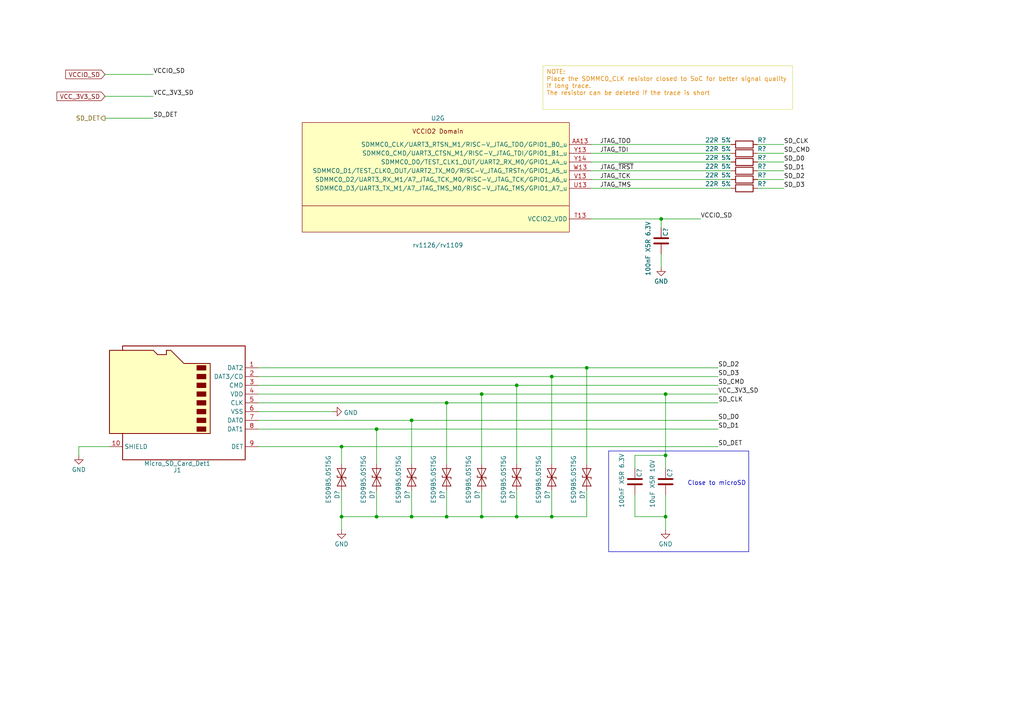
<source format=kicad_sch>
(kicad_sch (version 20231120) (generator "eeschema") (generator_version "7.99")
  (paper "A4")
  (title_block (title "Leaf RV1126") (date "2023-06-07") (rev "1") (company "Yang Hongbo") (comment 1 "License: CC BY-SA"))
  (junction (at 160.02 149.86))
  (junction (at 139.7 114.3))
  (junction (at 193.04 132.08))
  (junction (at 99.06 149.86))
  (junction (at 149.86 149.86))
  (junction (at 109.22 124.46))
  (junction (at 139.7 149.86))
  (junction (at 119.38 149.86))
  (junction (at 129.54 149.86))
  (junction (at 193.04 149.86))
  (junction (at 170.18 106.68))
  (junction (at 191.77 63.5))
  (junction (at 109.22 149.86))
  (junction (at 119.38 121.92))
  (junction (at 129.54 116.84))
  (junction (at 160.02 109.22))
  (junction (at 193.04 114.3))
  (junction (at 149.86 111.76))
  (junction (at 99.06 129.54))
  (wire (pts (xy 219.71 49.53) (xy 227.33 49.53)))
  (wire (pts (xy 149.86 142.24) (xy 149.86 149.86)))
  (wire (pts (xy 170.18 106.68) (xy 170.18 134.62)))
  (wire (pts (xy 171.45 46.99) (xy 212.09 46.99)))
  (wire (pts (xy 99.06 149.86) (xy 99.06 153.67)))
  (wire (pts (xy 74.93 124.46) (xy 109.22 124.46)))
  (wire (pts (xy 160.02 109.22) (xy 160.02 134.62)))
  (wire (pts (xy 99.06 142.24) (xy 99.06 149.86)))
  (wire (pts (xy 74.93 116.84) (xy 129.54 116.84)))
  (wire (pts (xy 119.38 149.86) (xy 109.22 149.86)))
  (wire (pts (xy 99.06 129.54) (xy 99.06 134.62)))
  (wire (pts (xy 171.45 49.53) (xy 212.09 49.53)))
  (wire (pts (xy 74.93 119.38) (xy 96.52 119.38)))
  (wire (pts (xy 160.02 142.24) (xy 160.02 149.86)))
  (wire (pts (xy 171.45 52.07) (xy 212.09 52.07)))
  (wire (pts (xy 170.18 106.68) (xy 208.28 106.68)))
  (wire (pts (xy 219.71 44.45) (xy 227.33 44.45)))
  (wire (pts (xy 129.54 116.84) (xy 129.54 134.62)))
  (wire (pts (xy 129.54 116.84) (xy 208.28 116.84)))
  (wire (pts (xy 109.22 142.24) (xy 109.22 149.86)))
  (wire (pts (xy 129.54 142.24) (xy 129.54 149.86)))
  (wire (pts (xy 119.38 142.24) (xy 119.38 149.86)))
  (wire (pts (xy 31.75 129.54) (xy 22.86 129.54)))
  (wire (pts (xy 171.45 63.5) (xy 191.77 63.5)))
  (wire (pts (xy 193.04 149.86) (xy 193.04 153.67)))
  (wire (pts (xy 30.48 27.94) (xy 44.45 27.94)))
  (wire (pts (xy 149.86 149.86) (xy 139.7 149.86)))
  (wire (pts (xy 193.04 114.3) (xy 208.28 114.3)))
  (wire (pts (xy 109.22 149.86) (xy 99.06 149.86)))
  (wire (pts (xy 139.7 142.24) (xy 139.7 149.86)))
  (wire (pts (xy 193.04 114.3) (xy 193.04 132.08)))
  (wire (pts (xy 171.45 44.45) (xy 212.09 44.45)))
  (wire (pts (xy 109.22 124.46) (xy 208.28 124.46)))
  (wire (pts (xy 30.48 34.29) (xy 44.45 34.29)))
  (wire (pts (xy 74.93 106.68) (xy 170.18 106.68)))
  (wire (pts (xy 191.77 63.5) (xy 203.2 63.5)))
  (wire (pts (xy 74.93 111.76) (xy 149.86 111.76)))
  (wire (pts (xy 119.38 121.92) (xy 119.38 134.62)))
  (wire (pts (xy 184.15 132.08) (xy 193.04 132.08)))
  (wire (pts (xy 109.22 124.46) (xy 109.22 134.62)))
  (wire (pts (xy 171.45 54.61) (xy 212.09 54.61)))
  (wire (pts (xy 139.7 114.3) (xy 139.7 134.62)))
  (wire (pts (xy 139.7 114.3) (xy 193.04 114.3)))
  (wire (pts (xy 74.93 114.3) (xy 139.7 114.3)))
  (wire (pts (xy 219.71 46.99) (xy 227.33 46.99)))
  (wire (pts (xy 191.77 63.5) (xy 191.77 66.04)))
  (wire (pts (xy 184.15 143.51) (xy 184.15 149.86)))
  (wire (pts (xy 139.7 149.86) (xy 129.54 149.86)))
  (wire (pts (xy 191.77 73.66) (xy 191.77 77.47)))
  (wire (pts (xy 170.18 149.86) (xy 160.02 149.86)))
  (wire (pts (xy 74.93 109.22) (xy 160.02 109.22)))
  (wire (pts (xy 119.38 121.92) (xy 208.28 121.92)))
  (wire (pts (xy 193.04 132.08) (xy 193.04 135.89)))
  (wire (pts (xy 160.02 109.22) (xy 208.28 109.22)))
  (wire (pts (xy 74.93 121.92) (xy 119.38 121.92)))
  (wire (pts (xy 193.04 143.51) (xy 193.04 149.86)))
  (wire (pts (xy 219.71 52.07) (xy 227.33 52.07)))
  (wire (pts (xy 184.15 149.86) (xy 193.04 149.86)))
  (wire (pts (xy 22.86 129.54) (xy 22.86 132.08)))
  (wire (pts (xy 149.86 111.76) (xy 208.28 111.76)))
  (wire (pts (xy 171.45 41.91) (xy 212.09 41.91)))
  (wire (pts (xy 219.71 41.91) (xy 227.33 41.91)))
  (wire (pts (xy 219.71 54.61) (xy 227.33 54.61)))
  (wire (pts (xy 170.18 142.24) (xy 170.18 149.86)))
  (wire (pts (xy 184.15 135.89) (xy 184.15 132.08)))
  (wire (pts (xy 30.48 21.59) (xy 44.45 21.59)))
  (wire (pts (xy 99.06 129.54) (xy 208.28 129.54)))
  (wire (pts (xy 160.02 149.86) (xy 149.86 149.86)))
  (wire (pts (xy 74.93 129.54) (xy 99.06 129.54)))
  (wire (pts (xy 149.86 111.76) (xy 149.86 134.62)))
  (wire (pts (xy 129.54 149.86) (xy 119.38 149.86)))
  (rectangle (start 176.53 130.81) (end 217.17 160.02))
  (text_box "NOTE:\nPlace the SDMMC0_CLK resistor closed to SoC for better signal quality if long trace.\nThe resistor can be deleted if the trace is short" (at 157.48 19.05 0) (size 72.39 12.7) (stroke (width 0.0508) (color 194 194 0 1)) (effects (font (size 1.27 1.27)) (justify left top)))
  (text "Close to microSD" (at 199.39 140.97 0) (effects (font (size 1.27 1.27)) (justify left bottom)))
  (label "SD_CMD" (at 208.28 111.76 0))
  (label "SD_D2" (at 208.28 106.68 0))
  (label "VCC_3V3_SD" (at 208.28 114.3 0))
  (label "JTAG_~{TRST}" (at 173.99 49.53 0))
  (label "SD_D2" (at 227.33 52.07 0))
  (label "SD_D1" (at 227.33 49.53 0))
  (label "VCCIO_SD" (at 44.45 21.59 0))
  (label "SD_CLK" (at 208.28 116.84 0))
  (label "SD_D1" (at 208.28 124.46 0))
  (label "VCC_3V3_SD" (at 44.45 27.94 0))
  (label "SD_D3" (at 208.28 109.22 0))
  (label "JTAG_TCK" (at 173.99 52.07 0))
  (label "JTAG_TDI" (at 173.99 44.45 0))
  (label "SD_DET" (at 208.28 129.54 0))
  (label "JTAG_TMS" (at 173.99 54.61 0))
  (label "SD_CMD" (at 227.33 44.45 0))
  (label "SD_DET" (at 44.45 34.29 0))
  (label "SD_D0" (at 227.33 46.99 0))
  (label "JTAG_TDO" (at 173.99 41.91 0))
  (label "SD_D3" (at 227.33 54.61 0))
  (label "SD_CLK" (at 227.33 41.91 0))
  (label "VCCIO_SD" (at 203.2 63.5 0))
  (label "SD_D0" (at 208.28 121.92 0))
  (global_label "VCCIO_SD" (shape input) (at 30.48 21.59 180) (property "Intersheetrefs" "${INTERSHEET_REFS}" (effects (hide yes))))
  (global_label "VCC_3V3_SD" (shape input) (at 30.48 27.94 180) (property "Intersheetrefs" "${INTERSHEET_REFS}" (effects (hide yes))))
  (hierarchical_label "SD_DET" (shape output) (at 30.48 34.29 180))
  (symbol (lib_id "Device:C") (at 193.04 139.7 0) (unit 1)
    (property "Reference" "C?" (at 194.31 138.43 90) (effects (justify left)))
    (property "Value" "10uF X5R 10V" (at 189.23 147.32 90) (effects (justify left)))
    (property "Footprint" "Capacitor_SMD:C_0402_1005Metric" (effects (hide yes)))
    (property "Description" "容值: 10uF 精度: ±20% 额定电压: 10V 材质(温度系数): X5R 材质:X5R" (effects (hide yes)))
    (property "LCSC" "C77000" (effects (hide yes)))
    (property "Model" "GRM155R61A106ME44D" (effects (hide yes)))
    (property "Vendor" "muRata(村田)" (effects (hide yes)))
    (instances (project "leaf" (path "" (reference "C?") (unit 1)) (path "" (reference "C?") (unit 1)) (path "" (reference "C?") (unit 1)) (path "" (reference "C16") (unit 1))))
  )
  (symbol (lib_id "Diode:ESD9B5.0ST5G") (at 119.38 138.43 270) (unit 1)
    (property "Reference" "D?" (at 118.11 144.78 0) (effects (justify right)))
    (property "Value" "ESD9B5.0ST5G" (at 115.57 146.05 0) (effects (justify right)))
    (property "Footprint" "Diode_SMD:D_SOD-923" (effects (hide yes)))
    (property "Datasheet" "https://www.onsemi.com/pub/Collateral/ESD9B-D.PDF" (effects (hide yes)))
    (instances (project "leaf" (path "" (reference "D?") (unit 1)) (path "" (reference "D3") (unit 1))))
  )
  (symbol (lib_id "Diode:ESD9B5.0ST5G") (at 99.06 138.43 270) (unit 1)
    (property "Reference" "D?" (at 97.79 144.78 0) (effects (justify right)))
    (property "Value" "ESD9B5.0ST5G" (at 95.25 146.05 0) (effects (justify right)))
    (property "Footprint" "Diode_SMD:D_SOD-923" (effects (hide yes)))
    (property "Datasheet" "https://www.onsemi.com/pub/Collateral/ESD9B-D.PDF" (effects (hide yes)))
    (instances (project "leaf" (path "" (reference "D?") (unit 1)) (path "" (reference "D1") (unit 1))))
  )
  (symbol (lib_id "Device:C") (at 191.77 69.85 0) (unit 1)
    (property "Reference" "C?" (at 193.04 68.58 90) (effects (justify left)))
    (property "Value" "100nF X5R 6.3V" (at 187.96 80.01 90) (effects (justify left)))
    (property "Footprint" "Capacitor_SMD:C_0201_0603Metric" (effects (hide yes)))
    (property "Description" "容值: 100nF 精度: ±10% 额定电压: 6.3V 材质(温度系数): X5R 材质:X5R" (effects (hide yes)))
    (property "LCSC" "C76928" (effects (hide yes)))
    (property "Model" "GRM033R60J104KE19D" (effects (hide yes)))
    (property "Vendor" "muRata(村田)" (effects (hide yes)))
    (instances (project "leaf" (path "" (reference "C?") (unit 1)) (path "" (reference "C?") (unit 1)) (path "" (reference "C?") (unit 1)) (path "" (reference "C14") (unit 1))))
  )
  (symbol (lib_id "power:GND") (at 193.04 153.67 0) (unit 1)
    (property "Reference" "#PWR019" (effects (hide yes)))
    (property "Value" "GND" (at 193.04 157.8055 0))
  )
  (symbol (lib_id "power:GND") (at 96.52 119.38 90) (unit 1)
    (property "Reference" "#PWR016" (effects (hide yes)))
    (property "Value" "GND" (at 99.695 119.6968 90) (effects (justify right)))
  )
  (symbol (lib_id "Diode:ESD9B5.0ST5G") (at 139.7 138.43 270) (unit 1)
    (property "Reference" "D?" (at 138.43 144.78 0) (effects (justify right)))
    (property "Value" "ESD9B5.0ST5G" (at 135.89 146.05 0) (effects (justify right)))
    (property "Footprint" "Diode_SMD:D_SOD-923" (effects (hide yes)))
    (property "Datasheet" "https://www.onsemi.com/pub/Collateral/ESD9B-D.PDF" (effects (hide yes)))
    (instances (project "leaf" (path "" (reference "D?") (unit 1)) (path "" (reference "D5") (unit 1))))
  )
  (symbol (lib_id "Diode:ESD9B5.0ST5G") (at 129.54 138.43 270) (unit 1)
    (property "Reference" "D?" (at 128.27 144.78 0) (effects (justify right)))
    (property "Value" "ESD9B5.0ST5G" (at 125.73 146.05 0) (effects (justify right)))
    (property "Footprint" "Diode_SMD:D_SOD-923" (effects (hide yes)))
    (property "Datasheet" "https://www.onsemi.com/pub/Collateral/ESD9B-D.PDF" (effects (hide yes)))
    (instances (project "leaf" (path "" (reference "D?") (unit 1)) (path "" (reference "D4") (unit 1))))
  )
  (symbol (lib_id "Device:C") (at 184.15 139.7 0) (unit 1)
    (property "Reference" "C?" (at 185.42 138.43 90) (effects (justify left)))
    (property "Value" "100nF X5R 6.3V" (at 180.34 147.32 90) (effects (justify left)))
    (property "Footprint" "Capacitor_SMD:C_0201_0603Metric" (effects (hide yes)))
    (property "Description" "容值: 100nF 精度: ±10% 额定电压: 6.3V 材质(温度系数): X5R 材质:X5R" (effects (hide yes)))
    (property "LCSC" "C76928" (effects (hide yes)))
    (property "Model" "GRM033R60J104KE19D" (effects (hide yes)))
    (property "Vendor" "muRata(村田)" (effects (hide yes)))
    (instances (project "leaf" (path "" (reference "C?") (unit 1)) (path "" (reference "C?") (unit 1)) (path "" (reference "C?") (unit 1)) (path "" (reference "C15") (unit 1))))
  )
  (symbol (lib_id "Connector:Micro_SD_Card_Det1") (at 52.07 116.84 0) (mirror y) (unit 1)
    (property "Reference" "J1" (at 51.435 136.3599 0))
    (property "Value" "Micro_SD_Card_Det1" (at 51.435 134.4389 0))
    (property "Footprint" "IotPi_Connector:microSD" (effects (hide yes)))
    (property "Datasheet" "https://datasheet.lcsc.com/lcsc/2110151630_XKB-Connectivity-XKTF-015-N_C381082.pdf" (effects (hide yes)))
    (property "Description" "MicroSD卡(TF卡),卡连接方式:拔插式,工作温度范围:-25℃~+85℃,本体最大高度:1.7mm,焊接温度(最大值):260℃,触头材质:C5191,触头镀层:金,连接器类型:卡座" (effects (hide yes)))
    (property "LCSC" "C2982548" (effects (hide yes)))
    (property "Model" "TF-123-ARP9H17" (effects (hide yes)))
    (property "Vendor" "XUNPU(讯普)" (effects (hide yes)))
  )
  (symbol (lib_id "Diode:ESD9B5.0ST5G") (at 149.86 138.43 270) (unit 1)
    (property "Reference" "D?" (at 148.59 144.78 0) (effects (justify right)))
    (property "Value" "ESD9B5.0ST5G" (at 146.05 146.05 0) (effects (justify right)))
    (property "Footprint" "Diode_SMD:D_SOD-923" (effects (hide yes)))
    (property "Datasheet" "https://www.onsemi.com/pub/Collateral/ESD9B-D.PDF" (effects (hide yes)))
    (instances (project "leaf" (path "" (reference "D?") (unit 1)) (path "" (reference "D6") (unit 1))))
  )
  (symbol (lib_id "Diode:ESD9B5.0ST5G") (at 170.18 138.43 270) (unit 1)
    (property "Reference" "D?" (at 168.91 144.78 0) (effects (justify right)))
    (property "Value" "ESD9B5.0ST5G" (at 166.37 146.05 0) (effects (justify right)))
    (property "Footprint" "Diode_SMD:D_SOD-923" (effects (hide yes)))
    (property "Datasheet" "https://www.onsemi.com/pub/Collateral/ESD9B-D.PDF" (effects (hide yes)))
    (instances (project "leaf" (path "" (reference "D?") (unit 1)) (path "" (reference "D8") (unit 1))))
  )
  (symbol (lib_id "Device:R") (at 215.9 54.61 90) (unit 1)
    (property "Reference" "R?" (at 220.98 53.34 90))
    (property "Value" "22R 5%" (at 208.28 53.34 90))
    (property "Footprint" "Resistor_SMD:R_0402_1005Metric" (effects (hide yes)))
    (property "Description" "电阻类型: 厚膜电阻 阻值: 22.1Ω 精度: ±1% 功率: 1/16W 温度系数: ±100ppm/℃ 最大工作电压: 50V 工作温度" (effects (hide yes)))
    (property "LCSC" "C59651" (effects (hide yes)))
    (property "Model" "0402WGF221JTCE" (effects (hide yes)))
    (property "Vendor" "UNI-ROYAL(厚声)" (effects (hide yes)))
    (instances (project "leaf" (path "" (reference "R?") (unit 1)) (path "" (reference "R12") (unit 1))))
  )
  (symbol (lib_id "IotPi_CPU_Rockchip:rv1126_rv1109") (at 127 59.69 0) (unit 7)
    (property "Reference" "U2" (at 127 34.29 0))
    (property "Value" "rv1126/rv1109" (at 127 71.12 0))
    (property "Footprint" "IotPi_Rockchip_SoC:Rockchip_RV1126_FCCSP409LD_14.0x14.0mm" (effects (hide yes)))
  )
  (symbol (lib_id "Device:R") (at 215.9 46.99 90) (unit 1)
    (property "Reference" "R?" (at 220.98 45.72 90))
    (property "Value" "22R 5%" (at 208.28 45.72 90))
    (property "Footprint" "Resistor_SMD:R_0402_1005Metric" (effects (hide yes)))
    (property "Description" "电阻类型: 厚膜电阻 阻值: 22.1Ω 精度: ±1% 功率: 1/16W 温度系数: ±100ppm/℃ 最大工作电压: 50V 工作温度" (effects (hide yes)))
    (property "LCSC" "C59651" (effects (hide yes)))
    (property "Model" "0402WGF221JTCE" (effects (hide yes)))
    (property "Vendor" "UNI-ROYAL(厚声)" (effects (hide yes)))
    (instances (project "leaf" (path "" (reference "R?") (unit 1)) (path "" (reference "R9") (unit 1))))
  )
  (symbol (lib_id "Diode:ESD9B5.0ST5G") (at 160.02 138.43 270) (unit 1)
    (property "Reference" "D?" (at 158.75 144.78 0) (effects (justify right)))
    (property "Value" "ESD9B5.0ST5G" (at 156.21 146.05 0) (effects (justify right)))
    (property "Footprint" "Diode_SMD:D_SOD-923" (effects (hide yes)))
    (property "Datasheet" "https://www.onsemi.com/pub/Collateral/ESD9B-D.PDF" (effects (hide yes)))
    (instances (project "leaf" (path "" (reference "D?") (unit 1)) (path "" (reference "D7") (unit 1))))
  )
  (symbol (lib_id "Diode:ESD9B5.0ST5G") (at 109.22 138.43 270) (unit 1)
    (property "Reference" "D?" (at 107.95 144.78 0) (effects (justify right)))
    (property "Value" "ESD9B5.0ST5G" (at 105.41 146.05 0) (effects (justify right)))
    (property "Footprint" "Diode_SMD:D_SOD-923" (effects (hide yes)))
    (property "Datasheet" "https://www.onsemi.com/pub/Collateral/ESD9B-D.PDF" (effects (hide yes)))
    (instances (project "leaf" (path "" (reference "D?") (unit 1)) (path "" (reference "D2") (unit 1))))
  )
  (symbol (lib_id "Device:R") (at 215.9 52.07 90) (unit 1)
    (property "Reference" "R?" (at 220.98 50.8 90))
    (property "Value" "22R 5%" (at 208.28 50.8 90))
    (property "Footprint" "Resistor_SMD:R_0402_1005Metric" (effects (hide yes)))
    (property "Description" "电阻类型: 厚膜电阻 阻值: 22.1Ω 精度: ±1% 功率: 1/16W 温度系数: ±100ppm/℃ 最大工作电压: 50V 工作温度" (effects (hide yes)))
    (property "LCSC" "C59651" (effects (hide yes)))
    (property "Model" "0402WGF221JTCE" (effects (hide yes)))
    (property "Vendor" "UNI-ROYAL(厚声)" (effects (hide yes)))
    (instances (project "leaf" (path "" (reference "R?") (unit 1)) (path "" (reference "R11") (unit 1))))
  )
  (symbol (lib_id "Device:R") (at 215.9 44.45 90) (unit 1)
    (property "Reference" "R?" (at 220.98 43.18 90))
    (property "Value" "22R 5%" (at 208.28 43.18 90))
    (property "Footprint" "Resistor_SMD:R_0402_1005Metric" (effects (hide yes)))
    (property "Description" "电阻类型: 厚膜电阻 阻值: 22.1Ω 精度: ±1% 功率: 1/16W 温度系数: ±100ppm/℃ 最大工作电压: 50V 工作温度" (effects (hide yes)))
    (property "LCSC" "C59651" (effects (hide yes)))
    (property "Model" "0402WGF221JTCE" (effects (hide yes)))
    (property "Vendor" "UNI-ROYAL(厚声)" (effects (hide yes)))
    (instances (project "leaf" (path "" (reference "R?") (unit 1)) (path "" (reference "R8") (unit 1))))
  )
  (symbol (lib_id "power:GND") (at 99.06 153.67 0) (unit 1)
    (property "Reference" "#PWR018" (effects (hide yes)))
    (property "Value" "GND" (at 99.06 157.8055 0))
  )
  (symbol (lib_id "power:GND") (at 22.86 132.08 0) (unit 1)
    (property "Reference" "#PWR017" (effects (hide yes)))
    (property "Value" "GND" (at 22.86 136.2155 0))
  )
  (symbol (lib_id "Device:R") (at 215.9 49.53 90) (unit 1)
    (property "Reference" "R?" (at 220.98 48.26 90))
    (property "Value" "22R 5%" (at 208.28 48.26 90))
    (property "Footprint" "Resistor_SMD:R_0402_1005Metric" (effects (hide yes)))
    (property "Description" "电阻类型: 厚膜电阻 阻值: 22.1Ω 精度: ±1% 功率: 1/16W 温度系数: ±100ppm/℃ 最大工作电压: 50V 工作温度" (effects (hide yes)))
    (property "LCSC" "C59651" (effects (hide yes)))
    (property "Model" "0402WGF221JTCE" (effects (hide yes)))
    (property "Vendor" "UNI-ROYAL(厚声)" (effects (hide yes)))
    (instances (project "leaf" (path "" (reference "R?") (unit 1)) (path "" (reference "R10") (unit 1))))
  )
  (symbol (lib_id "power:GND") (at 191.77 77.47 0) (unit 1)
    (property "Reference" "#PWR015" (effects (hide yes)))
    (property "Value" "GND" (at 191.77 81.6055 0))
  )
  (symbol (lib_id "Device:R") (at 215.9 41.91 90) (unit 1)
    (property "Reference" "R?" (at 220.98 40.64 90))
    (property "Value" "22R 5%" (at 208.28 40.64 90))
    (property "Footprint" "Resistor_SMD:R_0402_1005Metric" (effects (hide yes)))
    (property "Description" "电阻类型: 厚膜电阻 阻值: 22.1Ω 精度: ±1% 功率: 1/16W 温度系数: ±100ppm/℃ 最大工作电压: 50V 工作温度" (effects (hide yes)))
    (property "LCSC" "C59651" (effects (hide yes)))
    (property "Model" "0402WGF221JTCE" (effects (hide yes)))
    (property "Vendor" "UNI-ROYAL(厚声)" (effects (hide yes)))
    (instances (project "leaf" (path "" (reference "R?") (unit 1)) (path "" (reference "R7") (unit 1))))
  )
)
</source>
